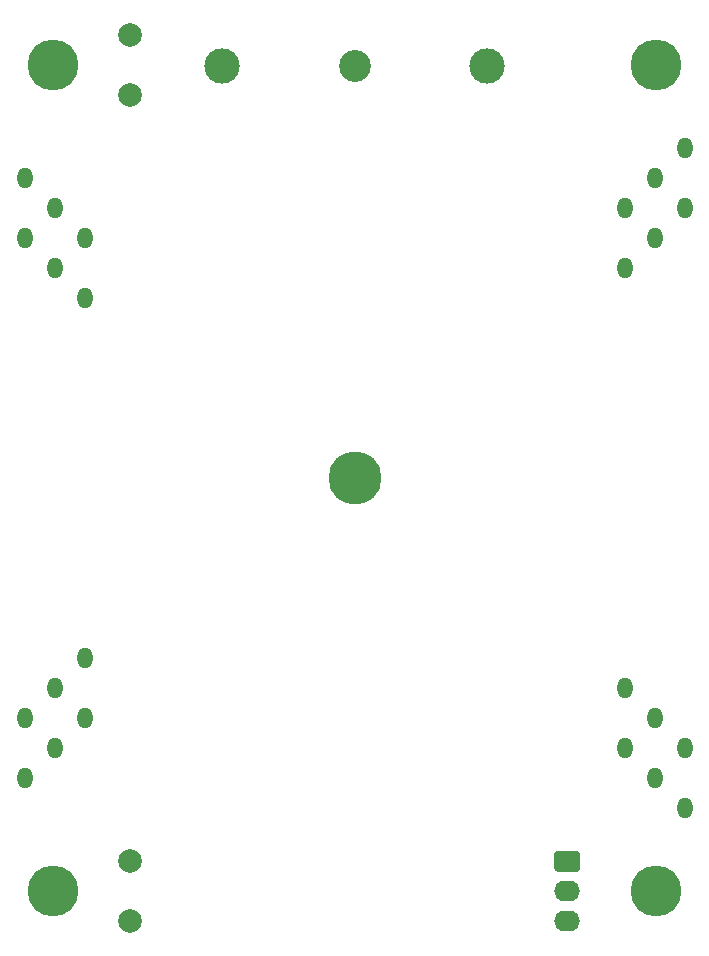
<source format=gbr>
%TF.GenerationSoftware,KiCad,Pcbnew,(5.1.9-0-10_14)*%
%TF.CreationDate,2021-04-08T14:44:04+02:00*%
%TF.ProjectId,Transformer-DBX286s,5472616e-7366-46f7-926d-65722d444258,rev?*%
%TF.SameCoordinates,Original*%
%TF.FileFunction,Soldermask,Bot*%
%TF.FilePolarity,Negative*%
%FSLAX46Y46*%
G04 Gerber Fmt 4.6, Leading zero omitted, Abs format (unit mm)*
G04 Created by KiCad (PCBNEW (5.1.9-0-10_14)) date 2021-04-08 14:44:04*
%MOMM*%
%LPD*%
G01*
G04 APERTURE LIST*
%ADD10C,4.300000*%
%ADD11O,2.190000X1.740000*%
%ADD12C,2.000000*%
%ADD13O,1.300000X1.800000*%
%ADD14C,4.500000*%
%ADD15C,2.700000*%
%ADD16C,3.000000*%
G04 APERTURE END LIST*
D10*
%TO.C,H4*%
X175500000Y-135000000D03*
%TD*%
%TO.C,H3*%
X124500000Y-135000000D03*
%TD*%
%TO.C,H2*%
X175500000Y-65000000D03*
%TD*%
%TO.C,H1*%
X124500000Y-65000000D03*
%TD*%
D11*
%TO.C,J3*%
X168000000Y-137540000D03*
X168000000Y-135000000D03*
G36*
G01*
X167154999Y-131590000D02*
X168845001Y-131590000D01*
G75*
G02*
X169095000Y-131839999I0J-249999D01*
G01*
X169095000Y-133080001D01*
G75*
G02*
X168845001Y-133330000I-249999J0D01*
G01*
X167154999Y-133330000D01*
G75*
G02*
X166905000Y-133080001I0J249999D01*
G01*
X166905000Y-131839999D01*
G75*
G02*
X167154999Y-131590000I249999J0D01*
G01*
G37*
%TD*%
D12*
%TO.C,J2*%
X131000000Y-132460000D03*
X131000000Y-137540000D03*
%TD*%
D13*
%TO.C,T2*%
X124600000Y-122860000D03*
X124600000Y-117780000D03*
X124600000Y-82220000D03*
X124600000Y-77140000D03*
X175400000Y-74600000D03*
X175400000Y-79680000D03*
X175400000Y-120320000D03*
X175400000Y-125400000D03*
D14*
X150000000Y-100000000D03*
%TD*%
D13*
%TO.C,T3*%
X127140000Y-120320000D03*
X127140000Y-115240000D03*
X127140000Y-84760000D03*
X127140000Y-79680000D03*
X172860000Y-77140000D03*
X172860000Y-82220000D03*
X172860000Y-117780000D03*
X172860000Y-122860000D03*
D14*
X150000000Y-100000000D03*
%TD*%
D15*
%TO.C,F1*%
X150000000Y-65075000D03*
D16*
X138750000Y-65075000D03*
X161250000Y-65075000D03*
%TD*%
D14*
%TO.C,T1*%
X150000000Y-100000000D03*
D13*
X177940000Y-127940000D03*
X177940000Y-122860000D03*
X177940000Y-77140000D03*
X177940000Y-72060000D03*
X122060000Y-74600000D03*
X122060000Y-79680000D03*
X122060000Y-120320000D03*
X122060000Y-125400000D03*
%TD*%
D12*
%TO.C,J1*%
X131000000Y-67540000D03*
X131000000Y-62460000D03*
%TD*%
M02*

</source>
